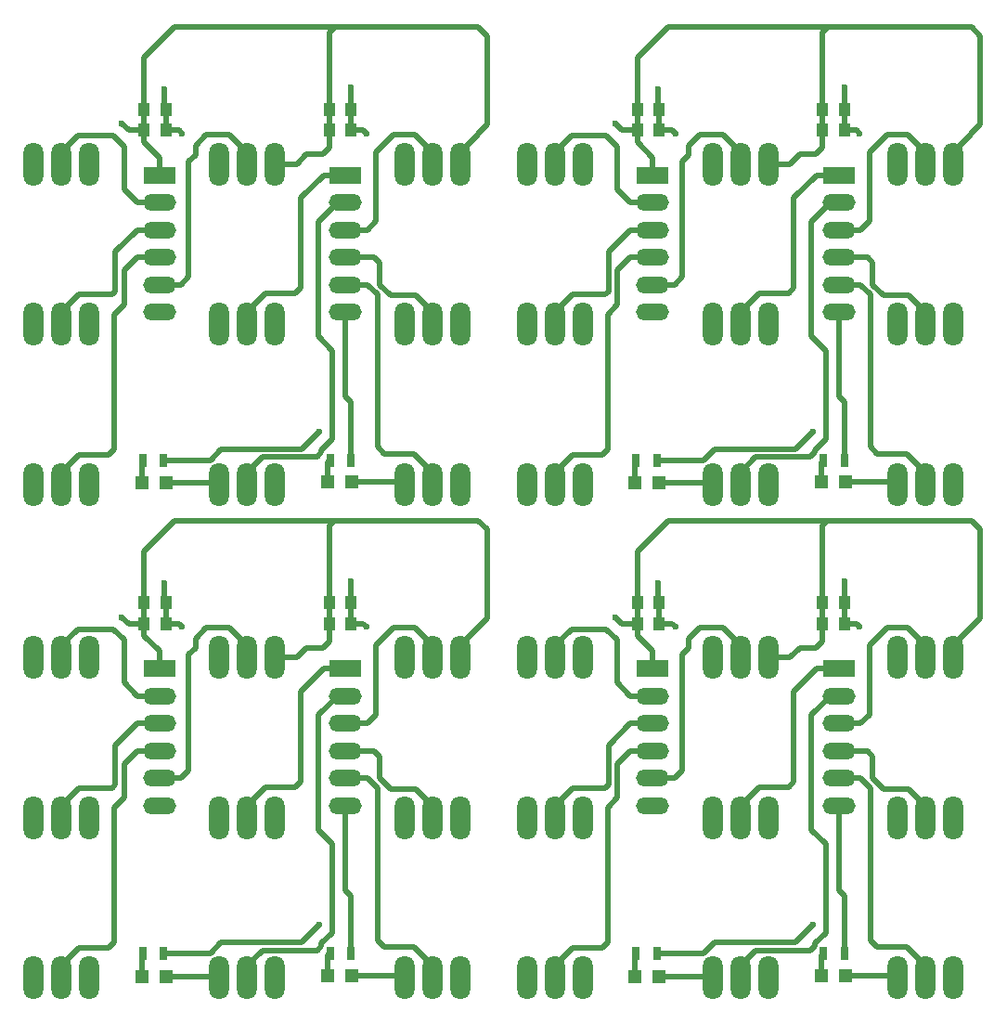
<source format=gtl>
G04 #@! TF.FileFunction,Copper,L1,Top,Signal*
%FSLAX46Y46*%
G04 Gerber Fmt 4.6, Leading zero omitted, Abs format (unit mm)*
G04 Created by KiCad (PCBNEW 4.0.2-stable) date 12/4/2017 4:29:07 PM*
%MOMM*%
G01*
G04 APERTURE LIST*
%ADD10C,0.100000*%
%ADD11R,1.000000X1.250000*%
%ADD12O,1.800000X4.000000*%
%ADD13R,1.200000X1.200000*%
%ADD14R,3.000000X1.500000*%
%ADD15O,3.000000X1.500000*%
%ADD16R,0.700000X1.300000*%
%ADD17C,0.600000*%
%ADD18C,0.500000*%
G04 APERTURE END LIST*
D10*
D11*
X175000000Y-108100000D03*
X177000000Y-108100000D03*
X158100000Y-110000000D03*
X160100000Y-110000000D03*
D12*
X167500000Y-113100000D03*
X164960000Y-113100000D03*
X170040000Y-113100000D03*
X184400000Y-113100000D03*
X181860000Y-113100000D03*
X186940000Y-113100000D03*
D11*
X175000000Y-110000000D03*
X177000000Y-110000000D03*
X158100000Y-108100000D03*
X160100000Y-108100000D03*
D13*
X174900000Y-142100000D03*
X177100000Y-142100000D03*
D12*
X167500000Y-127700000D03*
X164960000Y-127700000D03*
X170040000Y-127700000D03*
X184400000Y-127700000D03*
X181860000Y-127700000D03*
X186940000Y-127700000D03*
X167500000Y-142300000D03*
X164960000Y-142300000D03*
X170040000Y-142300000D03*
D14*
X176500000Y-114100000D03*
D15*
X176500000Y-116600000D03*
X176500000Y-119100000D03*
X176500000Y-121600000D03*
X176500000Y-124100000D03*
X176500000Y-126600000D03*
D12*
X184400000Y-142300000D03*
X181860000Y-142300000D03*
X186940000Y-142300000D03*
D16*
X177000000Y-140100000D03*
X175100000Y-140100000D03*
D12*
X105600000Y-127700000D03*
X103060000Y-127700000D03*
X108140000Y-127700000D03*
D16*
X114900000Y-140100000D03*
X113000000Y-140100000D03*
D12*
X105600000Y-142300000D03*
X103060000Y-142300000D03*
X108140000Y-142300000D03*
D13*
X112900000Y-142200000D03*
X115100000Y-142200000D03*
X157900000Y-142200000D03*
X160100000Y-142200000D03*
D12*
X150600000Y-142300000D03*
X148060000Y-142300000D03*
X153140000Y-142300000D03*
D14*
X159500000Y-114100000D03*
D15*
X159500000Y-116600000D03*
X159500000Y-119100000D03*
X159500000Y-121600000D03*
X159500000Y-124100000D03*
X159500000Y-126600000D03*
D16*
X132000000Y-140100000D03*
X130100000Y-140100000D03*
D12*
X139400000Y-142300000D03*
X136860000Y-142300000D03*
X141940000Y-142300000D03*
X150600000Y-127700000D03*
X148060000Y-127700000D03*
X153140000Y-127700000D03*
D16*
X159900000Y-140100000D03*
X158000000Y-140100000D03*
D13*
X129900000Y-142100000D03*
X132100000Y-142100000D03*
D11*
X113100000Y-108100000D03*
X115100000Y-108100000D03*
D12*
X105600000Y-113100000D03*
X103060000Y-113100000D03*
X108140000Y-113100000D03*
D11*
X113100000Y-110000000D03*
X115100000Y-110000000D03*
D14*
X114500000Y-114100000D03*
D15*
X114500000Y-116600000D03*
X114500000Y-119100000D03*
X114500000Y-121600000D03*
X114500000Y-124100000D03*
X114500000Y-126600000D03*
D12*
X122500000Y-142300000D03*
X119960000Y-142300000D03*
X125040000Y-142300000D03*
X139400000Y-127700000D03*
X136860000Y-127700000D03*
X141940000Y-127700000D03*
X122500000Y-127700000D03*
X119960000Y-127700000D03*
X125040000Y-127700000D03*
D14*
X131500000Y-114100000D03*
D15*
X131500000Y-116600000D03*
X131500000Y-119100000D03*
X131500000Y-121600000D03*
X131500000Y-124100000D03*
X131500000Y-126600000D03*
D12*
X150600000Y-113100000D03*
X148060000Y-113100000D03*
X153140000Y-113100000D03*
D11*
X130000000Y-110000000D03*
X132000000Y-110000000D03*
D12*
X139400000Y-113100000D03*
X136860000Y-113100000D03*
X141940000Y-113100000D03*
X122500000Y-113100000D03*
X119960000Y-113100000D03*
X125040000Y-113100000D03*
D11*
X130000000Y-108100000D03*
X132000000Y-108100000D03*
D14*
X159500000Y-69100000D03*
D15*
X159500000Y-71600000D03*
X159500000Y-74100000D03*
X159500000Y-76600000D03*
X159500000Y-79100000D03*
X159500000Y-81600000D03*
D13*
X157900000Y-97200000D03*
X160100000Y-97200000D03*
D16*
X159900000Y-95100000D03*
X158000000Y-95100000D03*
D12*
X150600000Y-82700000D03*
X148060000Y-82700000D03*
X153140000Y-82700000D03*
X150600000Y-97300000D03*
X148060000Y-97300000D03*
X153140000Y-97300000D03*
D11*
X158100000Y-65000000D03*
X160100000Y-65000000D03*
D12*
X150600000Y-68100000D03*
X148060000Y-68100000D03*
X153140000Y-68100000D03*
D11*
X158100000Y-63100000D03*
X160100000Y-63100000D03*
D14*
X176500000Y-69100000D03*
D15*
X176500000Y-71600000D03*
X176500000Y-74100000D03*
X176500000Y-76600000D03*
X176500000Y-79100000D03*
X176500000Y-81600000D03*
D12*
X167500000Y-82700000D03*
X164960000Y-82700000D03*
X170040000Y-82700000D03*
X184400000Y-82700000D03*
X181860000Y-82700000D03*
X186940000Y-82700000D03*
X167500000Y-97300000D03*
X164960000Y-97300000D03*
X170040000Y-97300000D03*
D13*
X174900000Y-97100000D03*
X177100000Y-97100000D03*
D16*
X177000000Y-95100000D03*
X175100000Y-95100000D03*
D12*
X184400000Y-97300000D03*
X181860000Y-97300000D03*
X186940000Y-97300000D03*
D11*
X175000000Y-63100000D03*
X177000000Y-63100000D03*
D12*
X167500000Y-68100000D03*
X164960000Y-68100000D03*
X170040000Y-68100000D03*
D11*
X175000000Y-65000000D03*
X177000000Y-65000000D03*
D12*
X184400000Y-68100000D03*
X181860000Y-68100000D03*
X186940000Y-68100000D03*
D13*
X129900000Y-97100000D03*
X132100000Y-97100000D03*
X112900000Y-97200000D03*
X115100000Y-97200000D03*
D16*
X132000000Y-95100000D03*
X130100000Y-95100000D03*
X114900000Y-95100000D03*
X113000000Y-95100000D03*
D11*
X113100000Y-63100000D03*
X115100000Y-63100000D03*
X113100000Y-65000000D03*
X115100000Y-65000000D03*
X130000000Y-63100000D03*
X132000000Y-63100000D03*
X130000000Y-65000000D03*
X132000000Y-65000000D03*
D12*
X139400000Y-97300000D03*
X136860000Y-97300000D03*
X141940000Y-97300000D03*
X139400000Y-82700000D03*
X136860000Y-82700000D03*
X141940000Y-82700000D03*
X139400000Y-68100000D03*
X136860000Y-68100000D03*
X141940000Y-68100000D03*
X122500000Y-97300000D03*
X119960000Y-97300000D03*
X125040000Y-97300000D03*
X122500000Y-82700000D03*
X119960000Y-82700000D03*
X125040000Y-82700000D03*
X122500000Y-68100000D03*
X119960000Y-68100000D03*
X125040000Y-68100000D03*
X105600000Y-97300000D03*
X103060000Y-97300000D03*
X108140000Y-97300000D03*
X105600000Y-82700000D03*
X103060000Y-82700000D03*
X108140000Y-82700000D03*
X105600000Y-68100000D03*
X103060000Y-68100000D03*
X108140000Y-68100000D03*
D14*
X131500000Y-69100000D03*
D15*
X131500000Y-71600000D03*
X131500000Y-74100000D03*
X131500000Y-76600000D03*
X131500000Y-79100000D03*
X131500000Y-81600000D03*
D14*
X114500000Y-69100000D03*
D15*
X114500000Y-71600000D03*
X114500000Y-74100000D03*
X114500000Y-76600000D03*
X114500000Y-79100000D03*
X114500000Y-81600000D03*
D17*
X115000000Y-106300000D03*
X116600000Y-110300000D03*
X133400000Y-110300000D03*
X132000000Y-106100000D03*
X178400000Y-110300000D03*
X177000000Y-106100000D03*
X161600000Y-110300000D03*
X160000000Y-106300000D03*
X178400000Y-65300000D03*
X161600000Y-65300000D03*
X160000000Y-61300000D03*
X177000000Y-61100000D03*
X132000000Y-61100000D03*
X115000000Y-61300000D03*
X116600000Y-65300000D03*
X133400000Y-65300000D03*
X111100000Y-109400000D03*
X156100000Y-109400000D03*
X156100000Y-64400000D03*
X111100000Y-64400000D03*
X129100000Y-137500000D03*
X174100000Y-137500000D03*
X174100000Y-92500000D03*
X129100000Y-92500000D03*
D18*
X111300000Y-115400000D02*
X111300000Y-111500000D01*
X112500000Y-116600000D02*
X111300000Y-115400000D01*
X114500000Y-116600000D02*
X112500000Y-116600000D01*
X111300000Y-111500000D02*
X110300000Y-110500000D01*
X107100000Y-110500000D02*
X105600000Y-112000000D01*
X110300000Y-110500000D02*
X107100000Y-110500000D01*
X105600000Y-112000000D02*
X105600000Y-113100000D01*
X159500000Y-116600000D02*
X157500000Y-116600000D01*
X156300000Y-115400000D02*
X156300000Y-111500000D01*
X157500000Y-116600000D02*
X156300000Y-115400000D01*
X152100000Y-110500000D02*
X150600000Y-112000000D01*
X150600000Y-112000000D02*
X150600000Y-113100000D01*
X156300000Y-111500000D02*
X155300000Y-110500000D01*
X155300000Y-110500000D02*
X152100000Y-110500000D01*
X157500000Y-71600000D02*
X156300000Y-70400000D01*
X159500000Y-71600000D02*
X157500000Y-71600000D01*
X156300000Y-70400000D02*
X156300000Y-66500000D01*
X150600000Y-67000000D02*
X150600000Y-68100000D01*
X152100000Y-65500000D02*
X150600000Y-67000000D01*
X155300000Y-65500000D02*
X152100000Y-65500000D01*
X156300000Y-66500000D02*
X155300000Y-65500000D01*
X110300000Y-65500000D02*
X107100000Y-65500000D01*
X107100000Y-65500000D02*
X105600000Y-67000000D01*
X105600000Y-67000000D02*
X105600000Y-68100000D01*
X111300000Y-66500000D02*
X110300000Y-65500000D01*
X111300000Y-70400000D02*
X111300000Y-66500000D01*
X114500000Y-71600000D02*
X112500000Y-71600000D01*
X112500000Y-71600000D02*
X111300000Y-70400000D01*
X116300000Y-110000000D02*
X116600000Y-110300000D01*
X115100000Y-110000000D02*
X116300000Y-110000000D01*
X115100000Y-110000000D02*
X115100000Y-108100000D01*
X115000000Y-108000000D02*
X115100000Y-108100000D01*
X115000000Y-106300000D02*
X115000000Y-108000000D01*
X132100000Y-142100000D02*
X136660000Y-142100000D01*
X136660000Y-142100000D02*
X136860000Y-142300000D01*
X119860000Y-142200000D02*
X119960000Y-142300000D01*
X115100000Y-142200000D02*
X119860000Y-142200000D01*
X160100000Y-142200000D02*
X164860000Y-142200000D01*
X164860000Y-142200000D02*
X164960000Y-142300000D01*
X177100000Y-142100000D02*
X181660000Y-142100000D01*
X181660000Y-142100000D02*
X181860000Y-142300000D01*
X160100000Y-110000000D02*
X161300000Y-110000000D01*
X161300000Y-110000000D02*
X161600000Y-110300000D01*
X160100000Y-110000000D02*
X160100000Y-108100000D01*
X178100000Y-110000000D02*
X178400000Y-110300000D01*
X177000000Y-110000000D02*
X178100000Y-110000000D01*
X177000000Y-108100000D02*
X177000000Y-110000000D01*
X177000000Y-108100000D02*
X177000000Y-106975000D01*
X177000000Y-106975000D02*
X177000000Y-106100000D01*
X160000000Y-108000000D02*
X160100000Y-108100000D01*
X160000000Y-106300000D02*
X160000000Y-108000000D01*
X132000000Y-108100000D02*
X132000000Y-106975000D01*
X132000000Y-106975000D02*
X132000000Y-106100000D01*
X133100000Y-110000000D02*
X133400000Y-110300000D01*
X132000000Y-110000000D02*
X133100000Y-110000000D01*
X132000000Y-108100000D02*
X132000000Y-110000000D01*
X181660000Y-97100000D02*
X181860000Y-97300000D01*
X177100000Y-97100000D02*
X181660000Y-97100000D01*
X164860000Y-97200000D02*
X164960000Y-97300000D01*
X160100000Y-97200000D02*
X164860000Y-97200000D01*
X160100000Y-65000000D02*
X161300000Y-65000000D01*
X161300000Y-65000000D02*
X161600000Y-65300000D01*
X178100000Y-65000000D02*
X178400000Y-65300000D01*
X177000000Y-65000000D02*
X178100000Y-65000000D01*
X177000000Y-63100000D02*
X177000000Y-65000000D01*
X177000000Y-63100000D02*
X177000000Y-61975000D01*
X177000000Y-61975000D02*
X177000000Y-61100000D01*
X160100000Y-65000000D02*
X160100000Y-63100000D01*
X160000000Y-63000000D02*
X160100000Y-63100000D01*
X160000000Y-61300000D02*
X160000000Y-63000000D01*
X132000000Y-61975000D02*
X132000000Y-61100000D01*
X132000000Y-63100000D02*
X132000000Y-61975000D01*
X115000000Y-61300000D02*
X115000000Y-63000000D01*
X115000000Y-63000000D02*
X115100000Y-63100000D01*
X115100000Y-65000000D02*
X116300000Y-65000000D01*
X116300000Y-65000000D02*
X116600000Y-65300000D01*
X132000000Y-65000000D02*
X133100000Y-65000000D01*
X133100000Y-65000000D02*
X133400000Y-65300000D01*
X132000000Y-63100000D02*
X132000000Y-65000000D01*
X115100000Y-65000000D02*
X115100000Y-63100000D01*
X132100000Y-97100000D02*
X136660000Y-97100000D01*
X136660000Y-97100000D02*
X136860000Y-97300000D01*
X115100000Y-97200000D02*
X119860000Y-97200000D01*
X119860000Y-97200000D02*
X119960000Y-97300000D01*
X127025000Y-113100000D02*
X127925000Y-112200000D01*
X125040000Y-113100000D02*
X127025000Y-113100000D01*
X127925000Y-112200000D02*
X129400000Y-112200000D01*
X129400000Y-112200000D02*
X130000000Y-111600000D01*
X113100000Y-110000000D02*
X113100000Y-111100000D01*
X114500000Y-112500000D02*
X114500000Y-114100000D01*
X113100000Y-111100000D02*
X114500000Y-112500000D01*
X113100000Y-110000000D02*
X111700000Y-110000000D01*
X130500000Y-100600000D02*
X115900000Y-100600000D01*
X115900000Y-100600000D02*
X113100000Y-103400000D01*
X113100000Y-108100000D02*
X113100000Y-110000000D01*
X113100000Y-103400000D02*
X113100000Y-108100000D01*
X111700000Y-110000000D02*
X111100000Y-109400000D01*
X159500000Y-112500000D02*
X159500000Y-114100000D01*
X156700000Y-110000000D02*
X156100000Y-109400000D01*
X158100000Y-110000000D02*
X156700000Y-110000000D01*
X143540000Y-110360000D02*
X144400000Y-109500000D01*
X143540000Y-110400000D02*
X143540000Y-110360000D01*
X158100000Y-111100000D02*
X159500000Y-112500000D01*
X158100000Y-110000000D02*
X158100000Y-111100000D01*
X158100000Y-108100000D02*
X158100000Y-110000000D01*
X170040000Y-113100000D02*
X172025000Y-113100000D01*
X175000000Y-111600000D02*
X175000000Y-110000000D01*
X172025000Y-113100000D02*
X172925000Y-112200000D01*
X172925000Y-112200000D02*
X174400000Y-112200000D01*
X174400000Y-112200000D02*
X175000000Y-111600000D01*
X188540000Y-110360000D02*
X189400000Y-109500000D01*
X189400000Y-109500000D02*
X189400000Y-101400000D01*
X188600000Y-100600000D02*
X175500000Y-100600000D01*
X189400000Y-101400000D02*
X188600000Y-100600000D01*
X175000000Y-108100000D02*
X175000000Y-110000000D01*
X175000000Y-101100000D02*
X175000000Y-108100000D01*
X175500000Y-100600000D02*
X160900000Y-100600000D01*
X175500000Y-100600000D02*
X175000000Y-101100000D01*
X186940000Y-113100000D02*
X186940000Y-112000000D01*
X186940000Y-112000000D02*
X188540000Y-110400000D01*
X188540000Y-110400000D02*
X188540000Y-110360000D01*
X160900000Y-100600000D02*
X158100000Y-103400000D01*
X158100000Y-103400000D02*
X158100000Y-108100000D01*
X130500000Y-100600000D02*
X130000000Y-101100000D01*
X130000000Y-101100000D02*
X130000000Y-108100000D01*
X143600000Y-100600000D02*
X130500000Y-100600000D01*
X141940000Y-112000000D02*
X143540000Y-110400000D01*
X144400000Y-109500000D02*
X144400000Y-101400000D01*
X141940000Y-113100000D02*
X141940000Y-112000000D01*
X144400000Y-101400000D02*
X143600000Y-100600000D01*
X130000000Y-108100000D02*
X130000000Y-110000000D01*
X130000000Y-111600000D02*
X130000000Y-110000000D01*
X158100000Y-66100000D02*
X159500000Y-67500000D01*
X158100000Y-65000000D02*
X158100000Y-66100000D01*
X156700000Y-65000000D02*
X156100000Y-64400000D01*
X158100000Y-65000000D02*
X156700000Y-65000000D01*
X159500000Y-67500000D02*
X159500000Y-69100000D01*
X172025000Y-68100000D02*
X172925000Y-67200000D01*
X172925000Y-67200000D02*
X174400000Y-67200000D01*
X174400000Y-67200000D02*
X175000000Y-66600000D01*
X170040000Y-68100000D02*
X172025000Y-68100000D01*
X175000000Y-66600000D02*
X175000000Y-65000000D01*
X175000000Y-63100000D02*
X175000000Y-65000000D01*
X188540000Y-65360000D02*
X189400000Y-64500000D01*
X175500000Y-55600000D02*
X175000000Y-56100000D01*
X189400000Y-64500000D02*
X189400000Y-56400000D01*
X189400000Y-56400000D02*
X188600000Y-55600000D01*
X188600000Y-55600000D02*
X175500000Y-55600000D01*
X175000000Y-56100000D02*
X175000000Y-63100000D01*
X158100000Y-63100000D02*
X158100000Y-65000000D01*
X158100000Y-58400000D02*
X158100000Y-63100000D01*
X160900000Y-55600000D02*
X158100000Y-58400000D01*
X175500000Y-55600000D02*
X160900000Y-55600000D01*
X186940000Y-67000000D02*
X188540000Y-65400000D01*
X186940000Y-68100000D02*
X186940000Y-67000000D01*
X188540000Y-65400000D02*
X188540000Y-65360000D01*
X113100000Y-65000000D02*
X111700000Y-65000000D01*
X111700000Y-65000000D02*
X111100000Y-64400000D01*
X115900000Y-55600000D02*
X113100000Y-58400000D01*
X113100000Y-58400000D02*
X113100000Y-63100000D01*
X130500000Y-55600000D02*
X115900000Y-55600000D01*
X130500000Y-55600000D02*
X130000000Y-56100000D01*
X130000000Y-56100000D02*
X130000000Y-63100000D01*
X143600000Y-55600000D02*
X130500000Y-55600000D01*
X144400000Y-56400000D02*
X143600000Y-55600000D01*
X144400000Y-64500000D02*
X144400000Y-56400000D01*
X143540000Y-65360000D02*
X144400000Y-64500000D01*
X143540000Y-65400000D02*
X143540000Y-65360000D01*
X141940000Y-68100000D02*
X141940000Y-67000000D01*
X141940000Y-67000000D02*
X143540000Y-65400000D01*
X129400000Y-67200000D02*
X130000000Y-66600000D01*
X130000000Y-66600000D02*
X130000000Y-65000000D01*
X127925000Y-67200000D02*
X129400000Y-67200000D01*
X125040000Y-68100000D02*
X127025000Y-68100000D01*
X127025000Y-68100000D02*
X127925000Y-67200000D01*
X130000000Y-63100000D02*
X130000000Y-65000000D01*
X113100000Y-65000000D02*
X113100000Y-66100000D01*
X113100000Y-66100000D02*
X114500000Y-67500000D01*
X114500000Y-67500000D02*
X114500000Y-69100000D01*
X113100000Y-63100000D02*
X113100000Y-65000000D01*
X110500000Y-121100000D02*
X110500000Y-124700000D01*
X114500000Y-119100000D02*
X112500000Y-119100000D01*
X112500000Y-119100000D02*
X110500000Y-121100000D01*
X110200000Y-125000000D02*
X107200000Y-125000000D01*
X107200000Y-125000000D02*
X105600000Y-126600000D01*
X110500000Y-124700000D02*
X110200000Y-125000000D01*
X105600000Y-126600000D02*
X105600000Y-127700000D01*
X155500000Y-121100000D02*
X155500000Y-124700000D01*
X159500000Y-119100000D02*
X157500000Y-119100000D01*
X157500000Y-119100000D02*
X155500000Y-121100000D01*
X152200000Y-125000000D02*
X150600000Y-126600000D01*
X155200000Y-125000000D02*
X152200000Y-125000000D01*
X150600000Y-126600000D02*
X150600000Y-127700000D01*
X155500000Y-124700000D02*
X155200000Y-125000000D01*
X157500000Y-74100000D02*
X155500000Y-76100000D01*
X159500000Y-74100000D02*
X157500000Y-74100000D01*
X155500000Y-79700000D02*
X155200000Y-80000000D01*
X155500000Y-76100000D02*
X155500000Y-79700000D01*
X152200000Y-80000000D02*
X150600000Y-81600000D01*
X155200000Y-80000000D02*
X152200000Y-80000000D01*
X150600000Y-81600000D02*
X150600000Y-82700000D01*
X110200000Y-80000000D02*
X107200000Y-80000000D01*
X107200000Y-80000000D02*
X105600000Y-81600000D01*
X105600000Y-81600000D02*
X105600000Y-82700000D01*
X110500000Y-79700000D02*
X110200000Y-80000000D01*
X110500000Y-76100000D02*
X110500000Y-79700000D01*
X114500000Y-74100000D02*
X112500000Y-74100000D01*
X112500000Y-74100000D02*
X110500000Y-76100000D01*
X111300000Y-122800000D02*
X111300000Y-125900000D01*
X112500000Y-121600000D02*
X111300000Y-122800000D01*
X114500000Y-121600000D02*
X112500000Y-121600000D01*
X110400000Y-126800000D02*
X110400000Y-139100000D01*
X111300000Y-125900000D02*
X110400000Y-126800000D01*
X107200000Y-139600000D02*
X105600000Y-141200000D01*
X105600000Y-141200000D02*
X105600000Y-142300000D01*
X110400000Y-139100000D02*
X109900000Y-139600000D01*
X109900000Y-139600000D02*
X107200000Y-139600000D01*
X152200000Y-139600000D02*
X150600000Y-141200000D01*
X155400000Y-139100000D02*
X154900000Y-139600000D01*
X150600000Y-141200000D02*
X150600000Y-142300000D01*
X154900000Y-139600000D02*
X152200000Y-139600000D01*
X155400000Y-126800000D02*
X155400000Y-139100000D01*
X159500000Y-121600000D02*
X157500000Y-121600000D01*
X156300000Y-122800000D02*
X156300000Y-125900000D01*
X157500000Y-121600000D02*
X156300000Y-122800000D01*
X156300000Y-125900000D02*
X155400000Y-126800000D01*
X159500000Y-76600000D02*
X157500000Y-76600000D01*
X157500000Y-76600000D02*
X156300000Y-77800000D01*
X156300000Y-77800000D02*
X156300000Y-80900000D01*
X156300000Y-80900000D02*
X155400000Y-81800000D01*
X155400000Y-81800000D02*
X155400000Y-94100000D01*
X155400000Y-94100000D02*
X154900000Y-94600000D01*
X150600000Y-96200000D02*
X150600000Y-97300000D01*
X152200000Y-94600000D02*
X150600000Y-96200000D01*
X154900000Y-94600000D02*
X152200000Y-94600000D01*
X109900000Y-94600000D02*
X107200000Y-94600000D01*
X107200000Y-94600000D02*
X105600000Y-96200000D01*
X105600000Y-96200000D02*
X105600000Y-97300000D01*
X110400000Y-94100000D02*
X109900000Y-94600000D01*
X110400000Y-81800000D02*
X110400000Y-94100000D01*
X111300000Y-80900000D02*
X110400000Y-81800000D01*
X111300000Y-77800000D02*
X111300000Y-80900000D01*
X114500000Y-76600000D02*
X112500000Y-76600000D01*
X112500000Y-76600000D02*
X111300000Y-77800000D01*
X122500000Y-112000000D02*
X122500000Y-113100000D01*
X114500000Y-124100000D02*
X116500000Y-124100000D01*
X116500000Y-124100000D02*
X117200000Y-123400000D01*
X117200000Y-123400000D02*
X117200000Y-112850798D01*
X117200000Y-112850798D02*
X117800000Y-112250798D01*
X117800000Y-112250798D02*
X117800000Y-111400000D01*
X120900000Y-110400000D02*
X122500000Y-112000000D01*
X118800000Y-110400000D02*
X120900000Y-110400000D01*
X117800000Y-111400000D02*
X118800000Y-110400000D01*
X159500000Y-124100000D02*
X161500000Y-124100000D01*
X161500000Y-124100000D02*
X162200000Y-123400000D01*
X162200000Y-123400000D02*
X162200000Y-112850798D01*
X163800000Y-110400000D02*
X165900000Y-110400000D01*
X162800000Y-111400000D02*
X163800000Y-110400000D01*
X165900000Y-110400000D02*
X167500000Y-112000000D01*
X167500000Y-112000000D02*
X167500000Y-113100000D01*
X162200000Y-112850798D02*
X162800000Y-112250798D01*
X162800000Y-112250798D02*
X162800000Y-111400000D01*
X161500000Y-79100000D02*
X162200000Y-78400000D01*
X159500000Y-79100000D02*
X161500000Y-79100000D01*
X162200000Y-78400000D02*
X162200000Y-67850798D01*
X167500000Y-67000000D02*
X167500000Y-68100000D01*
X162800000Y-66400000D02*
X163800000Y-65400000D01*
X165900000Y-65400000D02*
X167500000Y-67000000D01*
X163800000Y-65400000D02*
X165900000Y-65400000D01*
X162200000Y-67850798D02*
X162800000Y-67250798D01*
X162800000Y-67250798D02*
X162800000Y-66400000D01*
X118800000Y-65400000D02*
X120900000Y-65400000D01*
X120900000Y-65400000D02*
X122500000Y-67000000D01*
X122500000Y-67000000D02*
X122500000Y-68100000D01*
X117800000Y-66400000D02*
X118800000Y-65400000D01*
X117800000Y-67250798D02*
X117800000Y-66400000D01*
X117200000Y-78400000D02*
X117200000Y-67850798D01*
X117200000Y-67850798D02*
X117800000Y-67250798D01*
X114500000Y-79100000D02*
X116500000Y-79100000D01*
X116500000Y-79100000D02*
X117200000Y-78400000D01*
X129500000Y-114100000D02*
X127400000Y-116200000D01*
X124200000Y-124900000D02*
X122500000Y-126600000D01*
X122500000Y-126600000D02*
X122500000Y-127700000D01*
X126900000Y-124900000D02*
X124200000Y-124900000D01*
X127400000Y-116200000D02*
X127400000Y-124400000D01*
X127400000Y-124400000D02*
X126900000Y-124900000D01*
X131500000Y-114100000D02*
X129500000Y-114100000D01*
X172400000Y-124400000D02*
X171900000Y-124900000D01*
X171900000Y-124900000D02*
X169200000Y-124900000D01*
X167500000Y-126600000D02*
X167500000Y-127700000D01*
X169200000Y-124900000D02*
X167500000Y-126600000D01*
X176500000Y-114100000D02*
X174500000Y-114100000D01*
X174500000Y-114100000D02*
X172400000Y-116200000D01*
X172400000Y-116200000D02*
X172400000Y-124400000D01*
X172400000Y-71200000D02*
X172400000Y-79400000D01*
X167500000Y-81600000D02*
X167500000Y-82700000D01*
X169200000Y-79900000D02*
X167500000Y-81600000D01*
X171900000Y-79900000D02*
X169200000Y-79900000D01*
X172400000Y-79400000D02*
X171900000Y-79900000D01*
X174500000Y-69100000D02*
X172400000Y-71200000D01*
X176500000Y-69100000D02*
X174500000Y-69100000D01*
X126900000Y-79900000D02*
X124200000Y-79900000D01*
X124200000Y-79900000D02*
X122500000Y-81600000D01*
X122500000Y-81600000D02*
X122500000Y-82700000D01*
X127400000Y-79400000D02*
X126900000Y-79900000D01*
X127400000Y-71200000D02*
X127400000Y-79400000D01*
X131500000Y-69100000D02*
X129500000Y-69100000D01*
X129500000Y-69100000D02*
X127400000Y-71200000D01*
X129000000Y-118350000D02*
X129000000Y-128800000D01*
X130750000Y-116600000D02*
X129000000Y-118350000D01*
X131500000Y-116600000D02*
X130750000Y-116600000D01*
X129000000Y-128800000D02*
X130300000Y-130100000D01*
X130300000Y-130100000D02*
X130300000Y-138189965D01*
X130300000Y-138189965D02*
X129300011Y-139189954D01*
X129300011Y-139389954D02*
X128889954Y-139800011D01*
X129300011Y-139189954D02*
X129300011Y-139389954D01*
X122500000Y-141200000D02*
X122500000Y-142300000D01*
X123899989Y-139800011D02*
X122500000Y-141200000D01*
X128889954Y-139800011D02*
X123899989Y-139800011D01*
X174000000Y-128800000D02*
X175300000Y-130100000D01*
X167500000Y-141200000D02*
X167500000Y-142300000D01*
X174300011Y-139389954D02*
X173889954Y-139800011D01*
X173889954Y-139800011D02*
X168899989Y-139800011D01*
X168899989Y-139800011D02*
X167500000Y-141200000D01*
X174300011Y-139189954D02*
X174300011Y-139389954D01*
X175300000Y-138189965D02*
X174300011Y-139189954D01*
X175300000Y-130100000D02*
X175300000Y-138189965D01*
X175750000Y-116600000D02*
X174000000Y-118350000D01*
X176500000Y-116600000D02*
X175750000Y-116600000D01*
X174000000Y-118350000D02*
X174000000Y-128800000D01*
X174300011Y-94389954D02*
X173889954Y-94800011D01*
X168899989Y-94800011D02*
X167500000Y-96200000D01*
X173889954Y-94800011D02*
X168899989Y-94800011D01*
X174300011Y-94189954D02*
X174300011Y-94389954D01*
X167500000Y-96200000D02*
X167500000Y-97300000D01*
X174000000Y-83800000D02*
X175300000Y-85100000D01*
X175300000Y-85100000D02*
X175300000Y-93189965D01*
X175300000Y-93189965D02*
X174300011Y-94189954D01*
X175750000Y-71600000D02*
X174000000Y-73350000D01*
X176500000Y-71600000D02*
X175750000Y-71600000D01*
X174000000Y-73350000D02*
X174000000Y-83800000D01*
X129300011Y-94189954D02*
X129300011Y-94389954D01*
X130300000Y-93189965D02*
X129300011Y-94189954D01*
X128889954Y-94800011D02*
X123899989Y-94800011D01*
X129300011Y-94389954D02*
X128889954Y-94800011D01*
X129000000Y-73350000D02*
X129000000Y-83800000D01*
X130300000Y-85100000D02*
X130300000Y-93189965D01*
X129000000Y-83800000D02*
X130300000Y-85100000D01*
X131500000Y-71600000D02*
X130750000Y-71600000D01*
X122500000Y-96200000D02*
X122500000Y-97300000D01*
X123899989Y-94800011D02*
X122500000Y-96200000D01*
X130750000Y-71600000D02*
X129000000Y-73350000D01*
X133500000Y-119100000D02*
X134300000Y-118300000D01*
X131500000Y-119100000D02*
X133500000Y-119100000D01*
X134300000Y-118300000D02*
X134300000Y-112000000D01*
X179300000Y-118300000D02*
X179300000Y-112000000D01*
X176500000Y-119100000D02*
X178500000Y-119100000D01*
X178500000Y-119100000D02*
X179300000Y-118300000D01*
X182800000Y-110400000D02*
X184400000Y-112000000D01*
X179300000Y-112000000D02*
X180900000Y-110400000D01*
X180900000Y-110400000D02*
X182800000Y-110400000D01*
X184400000Y-112000000D02*
X184400000Y-113100000D01*
X135900000Y-110400000D02*
X137800000Y-110400000D01*
X137800000Y-110400000D02*
X139400000Y-112000000D01*
X139400000Y-112000000D02*
X139400000Y-113100000D01*
X134300000Y-112000000D02*
X135900000Y-110400000D01*
X178500000Y-74100000D02*
X179300000Y-73300000D01*
X176500000Y-74100000D02*
X178500000Y-74100000D01*
X179300000Y-73300000D02*
X179300000Y-67000000D01*
X179300000Y-67000000D02*
X180900000Y-65400000D01*
X182800000Y-65400000D02*
X184400000Y-67000000D01*
X180900000Y-65400000D02*
X182800000Y-65400000D01*
X184400000Y-67000000D02*
X184400000Y-68100000D01*
X135900000Y-65400000D02*
X137800000Y-65400000D01*
X137800000Y-65400000D02*
X139400000Y-67000000D01*
X139400000Y-67000000D02*
X139400000Y-68100000D01*
X134300000Y-67000000D02*
X135900000Y-65400000D01*
X134300000Y-73300000D02*
X134300000Y-67000000D01*
X131500000Y-74100000D02*
X133500000Y-74100000D01*
X133500000Y-74100000D02*
X134300000Y-73300000D01*
X131500000Y-121600000D02*
X134100000Y-121600000D01*
X134600000Y-122100000D02*
X134600000Y-124100000D01*
X134100000Y-121600000D02*
X134600000Y-122100000D01*
X135600000Y-125100000D02*
X137900000Y-125100000D01*
X139400000Y-126600000D02*
X139400000Y-127700000D01*
X137900000Y-125100000D02*
X139400000Y-126600000D01*
X134600000Y-124100000D02*
X135600000Y-125100000D01*
X184400000Y-126600000D02*
X184400000Y-127700000D01*
X180600000Y-125100000D02*
X182900000Y-125100000D01*
X182900000Y-125100000D02*
X184400000Y-126600000D01*
X179600000Y-124100000D02*
X180600000Y-125100000D01*
X179100000Y-121600000D02*
X179600000Y-122100000D01*
X176500000Y-121600000D02*
X179100000Y-121600000D01*
X179600000Y-122100000D02*
X179600000Y-124100000D01*
X179600000Y-79100000D02*
X180600000Y-80100000D01*
X182900000Y-80100000D02*
X184400000Y-81600000D01*
X184400000Y-81600000D02*
X184400000Y-82700000D01*
X180600000Y-80100000D02*
X182900000Y-80100000D01*
X179600000Y-77100000D02*
X179600000Y-79100000D01*
X176500000Y-76600000D02*
X179100000Y-76600000D01*
X179100000Y-76600000D02*
X179600000Y-77100000D01*
X131500000Y-76600000D02*
X134100000Y-76600000D01*
X134100000Y-76600000D02*
X134600000Y-77100000D01*
X137900000Y-80100000D02*
X139400000Y-81600000D01*
X134600000Y-77100000D02*
X134600000Y-79100000D01*
X134600000Y-79100000D02*
X135600000Y-80100000D01*
X135600000Y-80100000D02*
X137900000Y-80100000D01*
X139400000Y-81600000D02*
X139400000Y-82700000D01*
X131500000Y-124100000D02*
X133500000Y-124100000D01*
X133500000Y-124100000D02*
X134400000Y-125000000D01*
X134400000Y-125000000D02*
X134400000Y-138900000D01*
X139400000Y-141200000D02*
X139400000Y-142300000D01*
X134400000Y-138900000D02*
X135000000Y-139500000D01*
X137700000Y-139500000D02*
X139400000Y-141200000D01*
X135000000Y-139500000D02*
X137700000Y-139500000D01*
X178500000Y-124100000D02*
X179400000Y-125000000D01*
X176500000Y-124100000D02*
X178500000Y-124100000D01*
X179400000Y-125000000D02*
X179400000Y-138900000D01*
X182700000Y-139500000D02*
X184400000Y-141200000D01*
X184400000Y-141200000D02*
X184400000Y-142300000D01*
X180000000Y-139500000D02*
X182700000Y-139500000D01*
X179400000Y-138900000D02*
X180000000Y-139500000D01*
X184400000Y-96200000D02*
X184400000Y-97300000D01*
X180000000Y-94500000D02*
X182700000Y-94500000D01*
X179400000Y-93900000D02*
X180000000Y-94500000D01*
X182700000Y-94500000D02*
X184400000Y-96200000D01*
X179400000Y-80000000D02*
X179400000Y-93900000D01*
X178500000Y-79100000D02*
X179400000Y-80000000D01*
X176500000Y-79100000D02*
X178500000Y-79100000D01*
X131500000Y-79100000D02*
X133500000Y-79100000D01*
X133500000Y-79100000D02*
X134400000Y-80000000D01*
X134400000Y-80000000D02*
X134400000Y-93900000D01*
X134400000Y-93900000D02*
X135000000Y-94500000D01*
X135000000Y-94500000D02*
X137700000Y-94500000D01*
X137700000Y-94500000D02*
X139400000Y-96200000D01*
X139400000Y-96200000D02*
X139400000Y-97300000D01*
X129900000Y-142100000D02*
X129900000Y-140300000D01*
X129900000Y-140300000D02*
X130100000Y-140100000D01*
X174900000Y-142100000D02*
X174900000Y-140300000D01*
X174900000Y-140300000D02*
X175100000Y-140100000D01*
X174900000Y-95300000D02*
X175100000Y-95100000D01*
X174900000Y-97100000D02*
X174900000Y-95300000D01*
X129900000Y-97100000D02*
X129900000Y-95300000D01*
X129900000Y-95300000D02*
X130100000Y-95100000D01*
X112900000Y-142200000D02*
X112900000Y-140200000D01*
X112900000Y-140200000D02*
X113000000Y-140100000D01*
X157900000Y-142200000D02*
X157900000Y-140200000D01*
X157900000Y-140200000D02*
X158000000Y-140100000D01*
X157900000Y-95200000D02*
X158000000Y-95100000D01*
X157900000Y-97200000D02*
X157900000Y-95200000D01*
X112900000Y-97200000D02*
X112900000Y-95200000D01*
X112900000Y-95200000D02*
X113000000Y-95100000D01*
X131500000Y-126600000D02*
X131500000Y-134300000D01*
X131500000Y-134300000D02*
X132000000Y-134800000D01*
X132000000Y-134800000D02*
X132000000Y-140100000D01*
X127500000Y-139100000D02*
X129100000Y-137500000D01*
X120150798Y-139100000D02*
X127500000Y-139100000D01*
X119150798Y-140100000D02*
X120150798Y-139100000D01*
X114900000Y-140100000D02*
X119150798Y-140100000D01*
X159900000Y-140100000D02*
X164150798Y-140100000D01*
X164150798Y-140100000D02*
X165150798Y-139100000D01*
X165150798Y-139100000D02*
X172500000Y-139100000D01*
X177000000Y-134800000D02*
X177000000Y-140100000D01*
X176500000Y-134300000D02*
X177000000Y-134800000D01*
X176500000Y-126600000D02*
X176500000Y-134300000D01*
X172500000Y-139100000D02*
X174100000Y-137500000D01*
X165150798Y-94100000D02*
X172500000Y-94100000D01*
X164150798Y-95100000D02*
X165150798Y-94100000D01*
X159900000Y-95100000D02*
X164150798Y-95100000D01*
X176500000Y-81600000D02*
X176500000Y-89300000D01*
X177000000Y-89800000D02*
X177000000Y-95100000D01*
X176500000Y-89300000D02*
X177000000Y-89800000D01*
X172500000Y-94100000D02*
X174100000Y-92500000D01*
X127500000Y-94100000D02*
X129100000Y-92500000D01*
X120150798Y-94100000D02*
X127500000Y-94100000D01*
X114900000Y-95100000D02*
X119150798Y-95100000D01*
X119150798Y-95100000D02*
X120150798Y-94100000D01*
X131500000Y-89300000D02*
X132000000Y-89800000D01*
X132000000Y-89800000D02*
X132000000Y-95100000D01*
X131500000Y-81600000D02*
X131500000Y-89300000D01*
M02*

</source>
